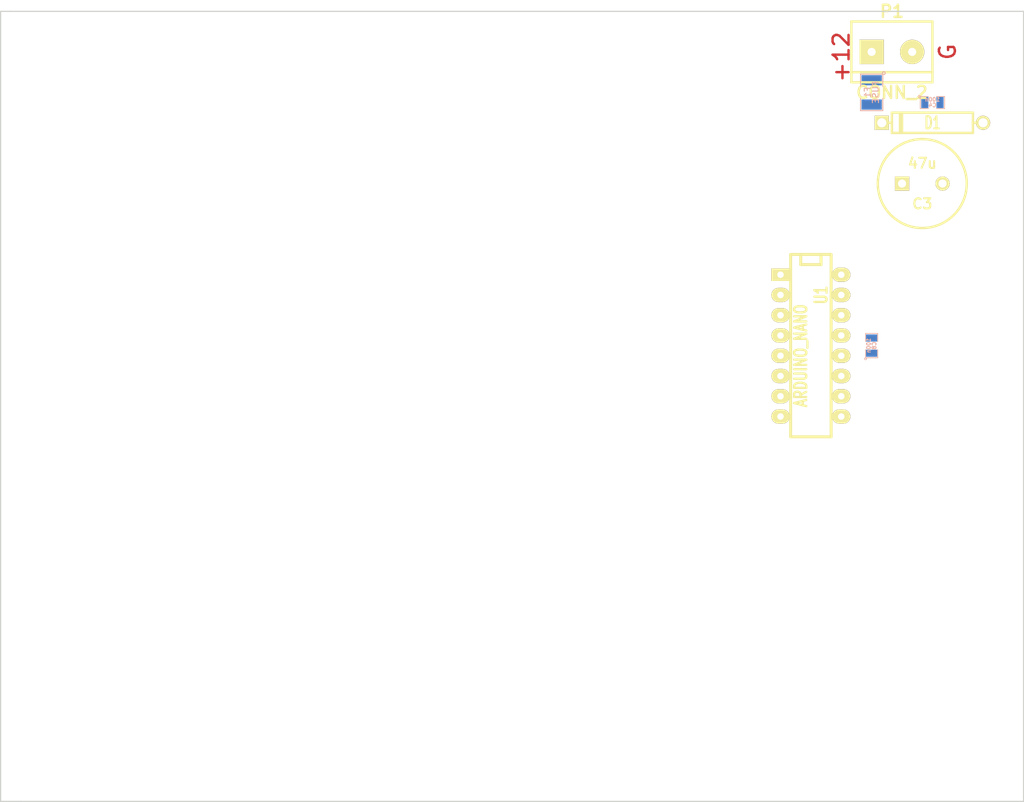
<source format=kicad_pcb>
(kicad_pcb (version 4) (host pcbnew 4.0.6)

  (general
    (links 10)
    (no_connects 10)
    (area 137.084999 114.224999 265.505001 213.435001)
    (thickness 1.6)
    (drawings 8)
    (tracks 0)
    (zones 0)
    (modules 7)
    (nets 19)
  )

  (page A3)
  (layers
    (0 F.Cu signal)
    (31 B.Cu signal)
    (32 B.Adhes user)
    (33 F.Adhes user)
    (34 B.Paste user)
    (35 F.Paste user)
    (36 B.SilkS user)
    (37 F.SilkS user)
    (38 B.Mask user)
    (39 F.Mask user)
    (40 Dwgs.User user)
    (41 Cmts.User user)
    (42 Eco1.User user)
    (43 Eco2.User user)
    (44 Edge.Cuts user)
  )

  (setup
    (last_trace_width 0.8128)
    (user_trace_width 1.27)
    (trace_clearance 0.254)
    (zone_clearance 1.2)
    (zone_45_only no)
    (trace_min 0.254)
    (segment_width 0.2)
    (edge_width 0.15)
    (via_size 2.159)
    (via_drill 0.8128)
    (via_min_size 0.889)
    (via_min_drill 0.508)
    (uvia_size 0.508)
    (uvia_drill 0.127)
    (uvias_allowed no)
    (uvia_min_size 0.508)
    (uvia_min_drill 0.127)
    (pcb_text_width 0.3)
    (pcb_text_size 2 2)
    (mod_edge_width 0.3)
    (mod_text_size 1 1)
    (mod_text_width 0.15)
    (pad_size 3.81 3.81)
    (pad_drill 1.016)
    (pad_to_mask_clearance 0)
    (aux_axis_origin 0 0)
    (visible_elements 7FFFFFFF)
    (pcbplotparams
      (layerselection 0x00030_80000001)
      (usegerberextensions false)
      (excludeedgelayer false)
      (linewidth 0.150000)
      (plotframeref false)
      (viasonmask false)
      (mode 1)
      (useauxorigin false)
      (hpglpennumber 1)
      (hpglpenspeed 20)
      (hpglpendiameter 15)
      (hpglpenoverlay 2)
      (psnegative false)
      (psa4output false)
      (plotreference true)
      (plotvalue true)
      (plotinvisibletext false)
      (padsonsilk false)
      (subtractmaskfromsilk false)
      (outputformat 2)
      (mirror false)
      (drillshape 1)
      (scaleselection 1)
      (outputdirectory fab/))
  )

  (net 0 "")
  (net 1 +12F)
  (net 2 +12V)
  (net 3 +5V)
  (net 4 /A1)
  (net 5 /A2)
  (net 6 /A3)
  (net 7 /A4)
  (net 8 /A5)
  (net 9 GND)
  (net 10 "Net-(C3-Pad2)")
  (net 11 /PD13)
  (net 12 "Net-(U1-Pad2)")
  (net 13 "Net-(U1-Pad3)")
  (net 14 /A0)
  (net 15 /A6)
  (net 16 /A7)
  (net 17 "Net-(U1-Pad13)")
  (net 18 "Net-(U1-Pad16)")

  (net_class Default "Ceci est la Netclass par défaut"
    (clearance 0.254)
    (trace_width 0.8128)
    (via_dia 2.159)
    (via_drill 0.8128)
    (uvia_dia 0.508)
    (uvia_drill 0.127)
    (add_net +12F)
    (add_net +12V)
    (add_net +5V)
    (add_net /A0)
    (add_net /A1)
    (add_net /A2)
    (add_net /A3)
    (add_net /A4)
    (add_net /A5)
    (add_net /A6)
    (add_net /A7)
    (add_net /PD13)
    (add_net GND)
    (add_net "Net-(C3-Pad2)")
    (add_net "Net-(U1-Pad13)")
    (add_net "Net-(U1-Pad16)")
    (add_net "Net-(U1-Pad2)")
    (add_net "Net-(U1-Pad3)")
  )

  (module SM1210 (layer B.Cu) (tedit 42806E94) (tstamp 54622B14)
    (at 246.38 124.46 270)
    (tags "CMS SM")
    (path /545FA278)
    (attr smd)
    (fp_text reference F1 (at 0 0.508 270) (layer B.SilkS)
      (effects (font (size 0.762 0.762) (thickness 0.127)) (justify mirror))
    )
    (fp_text value FUSE (at 0 -0.508 270) (layer B.SilkS)
      (effects (font (size 0.762 0.762) (thickness 0.127)) (justify mirror))
    )
    (fp_circle (center -2.413 -1.524) (end -2.286 -1.397) (layer B.SilkS) (width 0.127))
    (fp_line (start -0.762 1.397) (end -2.286 1.397) (layer B.SilkS) (width 0.127))
    (fp_line (start -2.286 1.397) (end -2.286 -1.397) (layer B.SilkS) (width 0.127))
    (fp_line (start -2.286 -1.397) (end -0.762 -1.397) (layer B.SilkS) (width 0.127))
    (fp_line (start 0.762 -1.397) (end 2.286 -1.397) (layer B.SilkS) (width 0.127))
    (fp_line (start 2.286 -1.397) (end 2.286 1.397) (layer B.SilkS) (width 0.127))
    (fp_line (start 2.286 1.397) (end 0.762 1.397) (layer B.SilkS) (width 0.127))
    (pad 1 smd rect (at -1.524 0 270) (size 1.27 2.54) (layers B.Cu B.Paste B.Mask)
      (net 2 +12V))
    (pad 2 smd rect (at 1.524 0 270) (size 1.27 2.54) (layers B.Cu B.Paste B.Mask)
      (net 1 +12F))
    (model smd/chip_cms.wrl
      (at (xyz 0 0 0))
      (scale (xyz 0.17 0.2 0.17))
      (rotate (xyz 0 0 0))
    )
  )

  (module SM0805 (layer B.Cu) (tedit 5091495C) (tstamp 54622BA3)
    (at 254 125.73)
    (path /545FA2A5)
    (attr smd)
    (fp_text reference C4 (at 0 0.3175) (layer B.SilkS)
      (effects (font (size 0.50038 0.50038) (thickness 0.10922)) (justify mirror))
    )
    (fp_text value 100n (at 0 -0.381) (layer B.SilkS)
      (effects (font (size 0.50038 0.50038) (thickness 0.10922)) (justify mirror))
    )
    (fp_circle (center -1.651 -0.762) (end -1.651 -0.635) (layer B.SilkS) (width 0.09906))
    (fp_line (start -0.508 -0.762) (end -1.524 -0.762) (layer B.SilkS) (width 0.09906))
    (fp_line (start -1.524 -0.762) (end -1.524 0.762) (layer B.SilkS) (width 0.09906))
    (fp_line (start -1.524 0.762) (end -0.508 0.762) (layer B.SilkS) (width 0.09906))
    (fp_line (start 0.508 0.762) (end 1.524 0.762) (layer B.SilkS) (width 0.09906))
    (fp_line (start 1.524 0.762) (end 1.524 -0.762) (layer B.SilkS) (width 0.09906))
    (fp_line (start 1.524 -0.762) (end 0.508 -0.762) (layer B.SilkS) (width 0.09906))
    (pad 1 smd rect (at -0.9525 0) (size 0.889 1.397) (layers B.Cu B.Paste B.Mask)
      (net 1 +12F))
    (pad 2 smd rect (at 0.9525 0) (size 0.889 1.397) (layers B.Cu B.Paste B.Mask)
      (net 10 "Net-(C3-Pad2)"))
    (model smd/chip_cms.wrl
      (at (xyz 0 0 0))
      (scale (xyz 0.1 0.1 0.1))
      (rotate (xyz 0 0 0))
    )
  )

  (module SM0805 (layer B.Cu) (tedit 5091495C) (tstamp 54622BCA)
    (at 246.38 156.21 90)
    (path /545FDE81)
    (attr smd)
    (fp_text reference C8 (at 0 0.3175 90) (layer B.SilkS)
      (effects (font (size 0.50038 0.50038) (thickness 0.10922)) (justify mirror))
    )
    (fp_text value 100n (at 0 -0.381 90) (layer B.SilkS)
      (effects (font (size 0.50038 0.50038) (thickness 0.10922)) (justify mirror))
    )
    (fp_circle (center -1.651 -0.762) (end -1.651 -0.635) (layer B.SilkS) (width 0.09906))
    (fp_line (start -0.508 -0.762) (end -1.524 -0.762) (layer B.SilkS) (width 0.09906))
    (fp_line (start -1.524 -0.762) (end -1.524 0.762) (layer B.SilkS) (width 0.09906))
    (fp_line (start -1.524 0.762) (end -0.508 0.762) (layer B.SilkS) (width 0.09906))
    (fp_line (start 0.508 0.762) (end 1.524 0.762) (layer B.SilkS) (width 0.09906))
    (fp_line (start 1.524 0.762) (end 1.524 -0.762) (layer B.SilkS) (width 0.09906))
    (fp_line (start 1.524 -0.762) (end 0.508 -0.762) (layer B.SilkS) (width 0.09906))
    (pad 1 smd rect (at -0.9525 0 90) (size 0.889 1.397) (layers B.Cu B.Paste B.Mask)
      (net 3 +5V))
    (pad 2 smd rect (at 0.9525 0 90) (size 0.889 1.397) (layers B.Cu B.Paste B.Mask)
      (net 9 GND))
    (model smd/chip_cms.wrl
      (at (xyz 0 0 0))
      (scale (xyz 0.1 0.1 0.1))
      (rotate (xyz 0 0 0))
    )
  )

  (module IUT-DIP_16__300_ELL (layer F.Cu) (tedit 200000) (tstamp 54622DB8)
    (at 238.76 156.21 270)
    (descr "16 pins DIL package, elliptical pads")
    (tags DIL)
    (path /566E8DC7)
    (fp_text reference U1 (at -6.35 -1.27 270) (layer F.SilkS)
      (effects (font (size 1.524 1.143) (thickness 0.3048)))
    )
    (fp_text value ARDUINO_NANO (at 1.27 1.27 270) (layer F.SilkS)
      (effects (font (size 1.524 1.143) (thickness 0.3048)))
    )
    (fp_line (start -11.43 -1.27) (end -11.43 -1.27) (layer F.SilkS) (width 0.381))
    (fp_line (start -11.43 -1.27) (end -10.16 -1.27) (layer F.SilkS) (width 0.381))
    (fp_line (start -10.16 -1.27) (end -10.16 1.27) (layer F.SilkS) (width 0.381))
    (fp_line (start -10.16 1.27) (end -11.43 1.27) (layer F.SilkS) (width 0.381))
    (fp_line (start -11.43 -2.54) (end 11.43 -2.54) (layer F.SilkS) (width 0.381))
    (fp_line (start 11.43 -2.54) (end 11.43 2.54) (layer F.SilkS) (width 0.381))
    (fp_line (start 11.43 2.54) (end -11.43 2.54) (layer F.SilkS) (width 0.381))
    (fp_line (start -11.43 2.54) (end -11.43 -2.54) (layer F.SilkS) (width 0.381))
    (pad 1 thru_hole rect (at -8.89 3.81 270) (size 1.5748 2.286) (drill 0.8128) (layers *.Cu *.Mask F.SilkS)
      (net 11 /PD13))
    (pad 2 thru_hole oval (at -6.35 3.81 270) (size 1.778 2.286) (drill 0.8128) (layers *.Cu *.Mask F.SilkS)
      (net 12 "Net-(U1-Pad2)"))
    (pad 3 thru_hole oval (at -3.81 3.81 270) (size 1.778 2.286) (drill 0.8128) (layers *.Cu *.Mask F.SilkS)
      (net 13 "Net-(U1-Pad3)"))
    (pad 4 thru_hole oval (at -1.27 3.81 270) (size 1.778 2.286) (drill 0.8128) (layers *.Cu *.Mask F.SilkS)
      (net 14 /A0))
    (pad 5 thru_hole oval (at 1.27 3.81 270) (size 1.778 2.286) (drill 0.8128) (layers *.Cu *.Mask F.SilkS)
      (net 4 /A1))
    (pad 6 thru_hole oval (at 3.81 3.81 270) (size 1.778 2.286) (drill 0.8128) (layers *.Cu *.Mask F.SilkS)
      (net 5 /A2))
    (pad 7 thru_hole oval (at 6.35 3.81 270) (size 1.778 2.286) (drill 0.8128) (layers *.Cu *.Mask F.SilkS)
      (net 6 /A3))
    (pad 8 thru_hole oval (at 8.89 3.81 270) (size 1.778 2.286) (drill 0.8128) (layers *.Cu *.Mask F.SilkS)
      (net 7 /A4))
    (pad 9 thru_hole oval (at 8.89 -3.81 270) (size 1.778 2.286) (drill 0.8128) (layers *.Cu *.Mask F.SilkS)
      (net 8 /A5))
    (pad 10 thru_hole oval (at 6.35 -3.81 270) (size 1.778 2.286) (drill 0.8128) (layers *.Cu *.Mask F.SilkS)
      (net 15 /A6))
    (pad 11 thru_hole oval (at 3.81 -3.81 270) (size 1.778 2.286) (drill 0.8128) (layers *.Cu *.Mask F.SilkS)
      (net 16 /A7))
    (pad 12 thru_hole oval (at 1.27 -3.81 270) (size 1.778 2.286) (drill 0.8128) (layers *.Cu *.Mask F.SilkS)
      (net 3 +5V))
    (pad 13 thru_hole oval (at -1.27 -3.81 270) (size 1.778 2.286) (drill 0.8128) (layers *.Cu *.Mask F.SilkS)
      (net 17 "Net-(U1-Pad13)"))
    (pad 14 thru_hole oval (at -3.81 -3.81 270) (size 1.778 2.286) (drill 0.8128) (layers *.Cu *.Mask F.SilkS)
      (net 9 GND))
    (pad 15 thru_hole oval (at -6.35 -3.81 270) (size 1.778 2.286) (drill 0.8128) (layers *.Cu *.Mask F.SilkS)
      (net 1 +12F))
    (pad 16 thru_hole oval (at -8.89 -3.81 270) (size 1.778 2.286) (drill 0.8128) (layers *.Cu *.Mask F.SilkS)
      (net 18 "Net-(U1-Pad16)"))
    (model dil/dil_16.wrl
      (at (xyz 0 0 0))
      (scale (xyz 1 1 1))
      (rotate (xyz 0 0 0))
    )
  )

  (module IUT-bornier2 (layer F.Cu) (tedit 3EC0ED69) (tstamp 54622E36)
    (at 248.92 119.38)
    (descr "Bornier d'alimentation 2 pins")
    (tags DEV)
    (path /545FA264)
    (fp_text reference P1 (at 0 -5.08) (layer F.SilkS)
      (effects (font (thickness 0.3048)))
    )
    (fp_text value CONN_2 (at 0 5.08) (layer F.SilkS)
      (effects (font (thickness 0.3048)))
    )
    (fp_line (start 5.08 2.54) (end -5.08 2.54) (layer F.SilkS) (width 0.3048))
    (fp_line (start 5.08 3.81) (end 5.08 -3.81) (layer F.SilkS) (width 0.3048))
    (fp_line (start 5.08 -3.81) (end -5.08 -3.81) (layer F.SilkS) (width 0.3048))
    (fp_line (start -5.08 -3.81) (end -5.08 3.81) (layer F.SilkS) (width 0.3048))
    (fp_line (start -5.08 3.81) (end 5.08 3.81) (layer F.SilkS) (width 0.3048))
    (pad 1 thru_hole rect (at -2.54 0) (size 3.048 3.048) (drill 1.016) (layers *.Mask B.Cu F.SilkS)
      (net 2 +12V))
    (pad 2 thru_hole circle (at 2.54 0) (size 3.048 3.048) (drill 1.016) (layers *.Mask B.Cu F.SilkS)
      (net 10 "Net-(C3-Pad2)"))
    (model device/bornier_2.wrl
      (at (xyz 0 0 0))
      (scale (xyz 1 1 1))
      (rotate (xyz 0 0 0))
    )
  )

  (module D5 (layer F.Cu) (tedit 200000) (tstamp 54622E66)
    (at 254 128.27 180)
    (descr "Diode 5 pas")
    (tags "DIODE DEV")
    (path /545FA287)
    (fp_text reference D1 (at 0 0 180) (layer F.SilkS)
      (effects (font (size 1.524 1.016) (thickness 0.3048)))
    )
    (fp_text value DIODE (at -0.254 0 180) (layer F.SilkS) hide
      (effects (font (size 1.524 1.016) (thickness 0.3048)))
    )
    (fp_line (start 6.35 0) (end 5.08 0) (layer F.SilkS) (width 0.3048))
    (fp_line (start 5.08 0) (end 5.08 -1.27) (layer F.SilkS) (width 0.3048))
    (fp_line (start 5.08 -1.27) (end -5.08 -1.27) (layer F.SilkS) (width 0.3048))
    (fp_line (start -5.08 -1.27) (end -5.08 0) (layer F.SilkS) (width 0.3048))
    (fp_line (start -5.08 0) (end -6.35 0) (layer F.SilkS) (width 0.3048))
    (fp_line (start -5.08 0) (end -5.08 1.27) (layer F.SilkS) (width 0.3048))
    (fp_line (start -5.08 1.27) (end 5.08 1.27) (layer F.SilkS) (width 0.3048))
    (fp_line (start 5.08 1.27) (end 5.08 0) (layer F.SilkS) (width 0.3048))
    (fp_line (start 3.81 -1.27) (end 3.81 1.27) (layer F.SilkS) (width 0.3048))
    (fp_line (start 4.064 -1.27) (end 4.064 1.27) (layer F.SilkS) (width 0.3048))
    (pad 1 thru_hole circle (at -6.35 0 180) (size 1.778 1.778) (drill 1.143) (layers *.Cu *.Mask F.SilkS)
      (net 10 "Net-(C3-Pad2)"))
    (pad 2 thru_hole rect (at 6.35 0 180) (size 1.778 1.778) (drill 1.143) (layers *.Cu *.Mask F.SilkS)
      (net 1 +12F))
    (model discret/diode.wrl
      (at (xyz 0 0 0))
      (scale (xyz 0.5 0.5 0.5))
      (rotate (xyz 0 0 0))
    )
  )

  (module C2V10 (layer F.Cu) (tedit 41854742) (tstamp 54622EA0)
    (at 252.73 135.89)
    (descr "Condensateur polarise")
    (tags CP)
    (path /545FA296)
    (fp_text reference C3 (at 0 2.54) (layer F.SilkS)
      (effects (font (size 1.27 1.27) (thickness 0.254)))
    )
    (fp_text value 47u (at 0 -2.54) (layer F.SilkS)
      (effects (font (size 1.27 1.27) (thickness 0.254)))
    )
    (fp_circle (center 0 0) (end 4.826 -2.794) (layer F.SilkS) (width 0.3048))
    (pad 1 thru_hole rect (at -2.54 0) (size 1.778 1.778) (drill 1.016) (layers *.Cu *.Mask F.SilkS)
      (net 1 +12F))
    (pad 2 thru_hole circle (at 2.54 0) (size 1.778 1.778) (drill 1.016) (layers *.Cu *.Mask F.SilkS)
      (net 10 "Net-(C3-Pad2)"))
    (model discret/c_vert_c2v10.wrl
      (at (xyz 0 0 0))
      (scale (xyz 1 1 1))
      (rotate (xyz 0 0 0))
    )
  )

  (gr_text G (at 255.905 119.38 90) (layer F.Cu)
    (effects (font (size 2 2) (thickness 0.3)))
  )
  (gr_text +12 (at 242.57 120.015 90) (layer F.Cu)
    (effects (font (size 2 2) (thickness 0.3)))
  )
  (gr_line (start 137.16 114.3) (end 138.43 114.3) (angle 90) (layer Edge.Cuts) (width 0.15))
  (gr_line (start 137.16 213.36) (end 137.16 114.3) (angle 90) (layer Edge.Cuts) (width 0.15))
  (gr_line (start 139.7 213.36) (end 137.16 213.36) (angle 90) (layer Edge.Cuts) (width 0.15))
  (gr_line (start 265.43 213.36) (end 139.7 213.36) (angle 90) (layer Edge.Cuts) (width 0.15))
  (gr_line (start 265.43 114.3) (end 265.43 213.36) (angle 90) (layer Edge.Cuts) (width 0.15))
  (gr_line (start 138.43 114.3) (end 265.43 114.3) (angle 90) (layer Edge.Cuts) (width 0.15))

)

</source>
